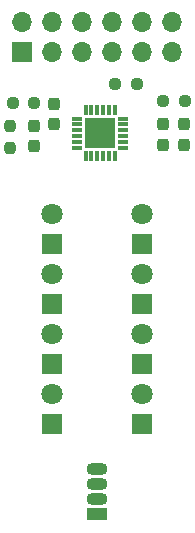
<source format=gts>
G04 #@! TF.GenerationSoftware,KiCad,Pcbnew,6.0.9-8da3e8f707~116~ubuntu20.04.1*
G04 #@! TF.CreationDate,2023-03-08T17:55:07+01:00*
G04 #@! TF.ProjectId,led_drv_pmod,6c65645f-6472-4765-9f70-6d6f642e6b69,rev?*
G04 #@! TF.SameCoordinates,Original*
G04 #@! TF.FileFunction,Soldermask,Top*
G04 #@! TF.FilePolarity,Negative*
%FSLAX46Y46*%
G04 Gerber Fmt 4.6, Leading zero omitted, Abs format (unit mm)*
G04 Created by KiCad (PCBNEW 6.0.9-8da3e8f707~116~ubuntu20.04.1) date 2023-03-08 17:55:07*
%MOMM*%
%LPD*%
G01*
G04 APERTURE LIST*
G04 Aperture macros list*
%AMRoundRect*
0 Rectangle with rounded corners*
0 $1 Rounding radius*
0 $2 $3 $4 $5 $6 $7 $8 $9 X,Y pos of 4 corners*
0 Add a 4 corners polygon primitive as box body*
4,1,4,$2,$3,$4,$5,$6,$7,$8,$9,$2,$3,0*
0 Add four circle primitives for the rounded corners*
1,1,$1+$1,$2,$3*
1,1,$1+$1,$4,$5*
1,1,$1+$1,$6,$7*
1,1,$1+$1,$8,$9*
0 Add four rect primitives between the rounded corners*
20,1,$1+$1,$2,$3,$4,$5,0*
20,1,$1+$1,$4,$5,$6,$7,0*
20,1,$1+$1,$6,$7,$8,$9,0*
20,1,$1+$1,$8,$9,$2,$3,0*%
G04 Aperture macros list end*
%ADD10R,1.700000X1.700000*%
%ADD11O,1.700000X1.700000*%
%ADD12RoundRect,0.237500X-0.250000X-0.237500X0.250000X-0.237500X0.250000X0.237500X-0.250000X0.237500X0*%
%ADD13RoundRect,0.237500X-0.237500X0.250000X-0.237500X-0.250000X0.237500X-0.250000X0.237500X0.250000X0*%
%ADD14R,1.800000X1.800000*%
%ADD15C,1.800000*%
%ADD16RoundRect,0.237500X0.237500X-0.300000X0.237500X0.300000X-0.237500X0.300000X-0.237500X-0.300000X0*%
%ADD17RoundRect,0.007800X0.397200X0.122200X-0.397200X0.122200X-0.397200X-0.122200X0.397200X-0.122200X0*%
%ADD18RoundRect,0.007800X-0.122200X0.397200X-0.122200X-0.397200X0.122200X-0.397200X0.122200X0.397200X0*%
%ADD19R,2.600000X2.600000*%
%ADD20R,1.800000X1.070000*%
%ADD21O,1.800000X1.070000*%
%ADD22RoundRect,0.237500X0.250000X0.237500X-0.250000X0.237500X-0.250000X-0.237500X0.250000X-0.237500X0*%
G04 APERTURE END LIST*
D10*
X81280000Y-48260000D03*
D11*
X81280000Y-45720000D03*
X83820000Y-48260000D03*
X83820000Y-45720000D03*
X86360000Y-48260000D03*
X86360000Y-45720000D03*
X88900000Y-48260000D03*
X88900000Y-45720000D03*
X91440000Y-48260000D03*
X91440000Y-45720000D03*
X93980000Y-48260000D03*
X93980000Y-45720000D03*
D12*
X95043000Y-52424500D03*
X93218000Y-52424500D03*
D13*
X80264000Y-54512500D03*
X80264000Y-56337500D03*
D14*
X91440000Y-79730000D03*
D15*
X91440000Y-77190000D03*
D16*
X82296000Y-56234500D03*
X82296000Y-54509500D03*
D14*
X83820000Y-64490000D03*
D15*
X83820000Y-61950000D03*
D14*
X83820000Y-69570000D03*
D15*
X83820000Y-67030000D03*
D14*
X91440000Y-74650000D03*
D15*
X91440000Y-72110000D03*
D14*
X83820000Y-74650000D03*
D15*
X83820000Y-72110000D03*
D14*
X83820000Y-79730000D03*
D15*
X83820000Y-77190000D03*
D14*
X91440000Y-69570000D03*
D15*
X91440000Y-67030000D03*
D17*
X89834000Y-56368000D03*
X89834000Y-55868000D03*
X89834000Y-55368000D03*
X89834000Y-54868000D03*
X89834000Y-54368000D03*
X89834000Y-53868000D03*
D18*
X89134000Y-53168000D03*
X88634000Y-53168000D03*
X88134000Y-53168000D03*
X87634000Y-53168000D03*
X87134000Y-53168000D03*
X86634000Y-53168000D03*
D17*
X85934000Y-53868000D03*
X85934000Y-54368000D03*
X85934000Y-54868000D03*
X85934000Y-55368000D03*
X85934000Y-55868000D03*
X85934000Y-56368000D03*
D18*
X86634000Y-57068000D03*
X87134000Y-57068000D03*
X87634000Y-57068000D03*
X88134000Y-57068000D03*
X88634000Y-57068000D03*
X89134000Y-57068000D03*
D19*
X87884000Y-55118000D03*
D14*
X91440000Y-64490000D03*
D15*
X91440000Y-61950000D03*
D16*
X83947000Y-54329500D03*
X83947000Y-52604500D03*
D20*
X87630000Y-87350000D03*
D21*
X87630000Y-86080000D03*
X87630000Y-84810000D03*
X87630000Y-83540000D03*
D22*
X82296000Y-52578000D03*
X80471000Y-52578000D03*
X90955500Y-50927000D03*
X89130500Y-50927000D03*
D16*
X94996000Y-56081000D03*
X94996000Y-54356000D03*
X93218000Y-56081000D03*
X93218000Y-54356000D03*
M02*

</source>
